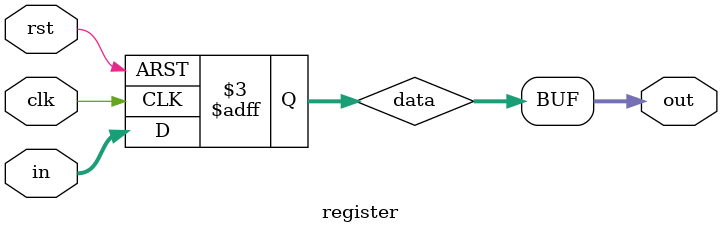
<source format=v>
`timescale 1ns / 1ns


module register(
    input [11:0] in,
    output [11:0] out,
    input rst,
    input clk
    );

reg [11:0] data = 12'd0;

assign out = data;

always @ (posedge clk, posedge rst)
begin
    if (rst)
        data <= 12'd0;
    else
        data <= in;
end

endmodule

</source>
